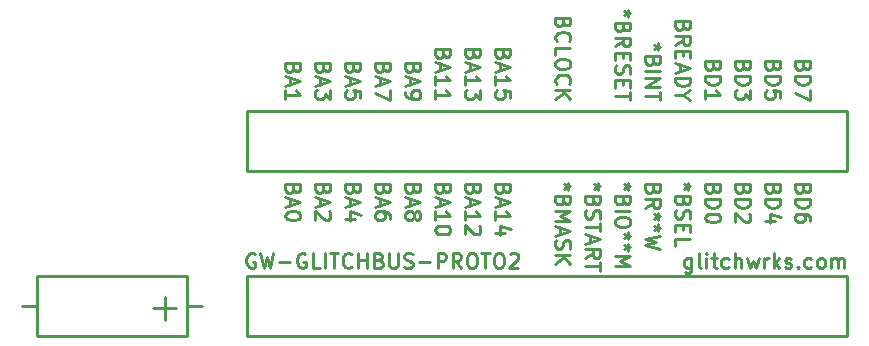
<source format=gbr>
G04 #@! TF.GenerationSoftware,KiCad,Pcbnew,(5.0.1-3-g963ef8bb5)*
G04 #@! TF.CreationDate,2024-01-24T15:10:01-05:00*
G04 #@! TF.ProjectId,gw-glitchbus-proto2,67772D676C697463686275732D70726F,rev?*
G04 #@! TF.SameCoordinates,Original*
G04 #@! TF.FileFunction,Legend,Top*
G04 #@! TF.FilePolarity,Positive*
%FSLAX46Y46*%
G04 Gerber Fmt 4.6, Leading zero omitted, Abs format (unit mm)*
G04 Created by KiCad (PCBNEW (5.0.1-3-g963ef8bb5)) date Wednesday, January 24, 2024 at 03:10:01 PM*
%MOMM*%
%LPD*%
G01*
G04 APERTURE LIST*
%ADD10C,0.254000*%
G04 APERTURE END LIST*
D10*
X175955476Y-140983909D02*
X175653095Y-140983909D01*
X175774047Y-140681528D02*
X175653095Y-140983909D01*
X175774047Y-141286290D01*
X175411190Y-140802480D02*
X175653095Y-140983909D01*
X175411190Y-141165338D01*
X175350714Y-142193433D02*
X175290238Y-142374861D01*
X175229761Y-142435338D01*
X175108809Y-142495814D01*
X174927380Y-142495814D01*
X174806428Y-142435338D01*
X174745952Y-142374861D01*
X174685476Y-142253909D01*
X174685476Y-141770100D01*
X175955476Y-141770100D01*
X175955476Y-142193433D01*
X175895000Y-142314385D01*
X175834523Y-142374861D01*
X175713571Y-142435338D01*
X175592619Y-142435338D01*
X175471666Y-142374861D01*
X175411190Y-142314385D01*
X175350714Y-142193433D01*
X175350714Y-141770100D01*
X174745952Y-142979623D02*
X174685476Y-143161052D01*
X174685476Y-143463433D01*
X174745952Y-143584385D01*
X174806428Y-143644861D01*
X174927380Y-143705338D01*
X175048333Y-143705338D01*
X175169285Y-143644861D01*
X175229761Y-143584385D01*
X175290238Y-143463433D01*
X175350714Y-143221528D01*
X175411190Y-143100576D01*
X175471666Y-143040100D01*
X175592619Y-142979623D01*
X175713571Y-142979623D01*
X175834523Y-143040100D01*
X175895000Y-143100576D01*
X175955476Y-143221528D01*
X175955476Y-143523909D01*
X175895000Y-143705338D01*
X175350714Y-144249623D02*
X175350714Y-144672957D01*
X174685476Y-144854385D02*
X174685476Y-144249623D01*
X175955476Y-144249623D01*
X175955476Y-144854385D01*
X174685476Y-146003433D02*
X174685476Y-145398671D01*
X175955476Y-145398671D01*
X176046190Y-147047857D02*
X176046190Y-148075952D01*
X175985714Y-148196904D01*
X175925238Y-148257380D01*
X175804285Y-148317857D01*
X175622857Y-148317857D01*
X175501904Y-148257380D01*
X176046190Y-147834047D02*
X175925238Y-147894523D01*
X175683333Y-147894523D01*
X175562380Y-147834047D01*
X175501904Y-147773571D01*
X175441428Y-147652619D01*
X175441428Y-147289761D01*
X175501904Y-147168809D01*
X175562380Y-147108333D01*
X175683333Y-147047857D01*
X175925238Y-147047857D01*
X176046190Y-147108333D01*
X176832380Y-147894523D02*
X176711428Y-147834047D01*
X176650952Y-147713095D01*
X176650952Y-146624523D01*
X177316190Y-147894523D02*
X177316190Y-147047857D01*
X177316190Y-146624523D02*
X177255714Y-146685000D01*
X177316190Y-146745476D01*
X177376666Y-146685000D01*
X177316190Y-146624523D01*
X177316190Y-146745476D01*
X177739523Y-147047857D02*
X178223333Y-147047857D01*
X177920952Y-146624523D02*
X177920952Y-147713095D01*
X177981428Y-147834047D01*
X178102380Y-147894523D01*
X178223333Y-147894523D01*
X179190952Y-147834047D02*
X179070000Y-147894523D01*
X178828095Y-147894523D01*
X178707142Y-147834047D01*
X178646666Y-147773571D01*
X178586190Y-147652619D01*
X178586190Y-147289761D01*
X178646666Y-147168809D01*
X178707142Y-147108333D01*
X178828095Y-147047857D01*
X179070000Y-147047857D01*
X179190952Y-147108333D01*
X179735238Y-147894523D02*
X179735238Y-146624523D01*
X180279523Y-147894523D02*
X180279523Y-147229285D01*
X180219047Y-147108333D01*
X180098095Y-147047857D01*
X179916666Y-147047857D01*
X179795714Y-147108333D01*
X179735238Y-147168809D01*
X180763333Y-147047857D02*
X181005238Y-147894523D01*
X181247142Y-147289761D01*
X181489047Y-147894523D01*
X181730952Y-147047857D01*
X182214761Y-147894523D02*
X182214761Y-147047857D01*
X182214761Y-147289761D02*
X182275238Y-147168809D01*
X182335714Y-147108333D01*
X182456666Y-147047857D01*
X182577619Y-147047857D01*
X183000952Y-147894523D02*
X183000952Y-146624523D01*
X183121904Y-147410714D02*
X183484761Y-147894523D01*
X183484761Y-147047857D02*
X183000952Y-147531666D01*
X183968571Y-147834047D02*
X184089523Y-147894523D01*
X184331428Y-147894523D01*
X184452380Y-147834047D01*
X184512857Y-147713095D01*
X184512857Y-147652619D01*
X184452380Y-147531666D01*
X184331428Y-147471190D01*
X184150000Y-147471190D01*
X184029047Y-147410714D01*
X183968571Y-147289761D01*
X183968571Y-147229285D01*
X184029047Y-147108333D01*
X184150000Y-147047857D01*
X184331428Y-147047857D01*
X184452380Y-147108333D01*
X185057142Y-147773571D02*
X185117619Y-147834047D01*
X185057142Y-147894523D01*
X184996666Y-147834047D01*
X185057142Y-147773571D01*
X185057142Y-147894523D01*
X186206190Y-147834047D02*
X186085238Y-147894523D01*
X185843333Y-147894523D01*
X185722380Y-147834047D01*
X185661904Y-147773571D01*
X185601428Y-147652619D01*
X185601428Y-147289761D01*
X185661904Y-147168809D01*
X185722380Y-147108333D01*
X185843333Y-147047857D01*
X186085238Y-147047857D01*
X186206190Y-147108333D01*
X186931904Y-147894523D02*
X186810952Y-147834047D01*
X186750476Y-147773571D01*
X186690000Y-147652619D01*
X186690000Y-147289761D01*
X186750476Y-147168809D01*
X186810952Y-147108333D01*
X186931904Y-147047857D01*
X187113333Y-147047857D01*
X187234285Y-147108333D01*
X187294761Y-147168809D01*
X187355238Y-147289761D01*
X187355238Y-147652619D01*
X187294761Y-147773571D01*
X187234285Y-147834047D01*
X187113333Y-147894523D01*
X186931904Y-147894523D01*
X187899523Y-147894523D02*
X187899523Y-147047857D01*
X187899523Y-147168809D02*
X187960000Y-147108333D01*
X188080952Y-147047857D01*
X188262380Y-147047857D01*
X188383333Y-147108333D01*
X188443809Y-147229285D01*
X188443809Y-147894523D01*
X188443809Y-147229285D02*
X188504285Y-147108333D01*
X188625238Y-147047857D01*
X188806666Y-147047857D01*
X188927619Y-147108333D01*
X188988095Y-147229285D01*
X188988095Y-147894523D01*
X139065000Y-146685000D02*
X138944047Y-146624523D01*
X138762619Y-146624523D01*
X138581190Y-146685000D01*
X138460238Y-146805952D01*
X138399761Y-146926904D01*
X138339285Y-147168809D01*
X138339285Y-147350238D01*
X138399761Y-147592142D01*
X138460238Y-147713095D01*
X138581190Y-147834047D01*
X138762619Y-147894523D01*
X138883571Y-147894523D01*
X139065000Y-147834047D01*
X139125476Y-147773571D01*
X139125476Y-147350238D01*
X138883571Y-147350238D01*
X139548809Y-146624523D02*
X139851190Y-147894523D01*
X140093095Y-146987380D01*
X140335000Y-147894523D01*
X140637380Y-146624523D01*
X141121190Y-147410714D02*
X142088809Y-147410714D01*
X143358809Y-146685000D02*
X143237857Y-146624523D01*
X143056428Y-146624523D01*
X142875000Y-146685000D01*
X142754047Y-146805952D01*
X142693571Y-146926904D01*
X142633095Y-147168809D01*
X142633095Y-147350238D01*
X142693571Y-147592142D01*
X142754047Y-147713095D01*
X142875000Y-147834047D01*
X143056428Y-147894523D01*
X143177380Y-147894523D01*
X143358809Y-147834047D01*
X143419285Y-147773571D01*
X143419285Y-147350238D01*
X143177380Y-147350238D01*
X144568333Y-147894523D02*
X143963571Y-147894523D01*
X143963571Y-146624523D01*
X144991666Y-147894523D02*
X144991666Y-146624523D01*
X145415000Y-146624523D02*
X146140714Y-146624523D01*
X145777857Y-147894523D02*
X145777857Y-146624523D01*
X147289761Y-147773571D02*
X147229285Y-147834047D01*
X147047857Y-147894523D01*
X146926904Y-147894523D01*
X146745476Y-147834047D01*
X146624523Y-147713095D01*
X146564047Y-147592142D01*
X146503571Y-147350238D01*
X146503571Y-147168809D01*
X146564047Y-146926904D01*
X146624523Y-146805952D01*
X146745476Y-146685000D01*
X146926904Y-146624523D01*
X147047857Y-146624523D01*
X147229285Y-146685000D01*
X147289761Y-146745476D01*
X147834047Y-147894523D02*
X147834047Y-146624523D01*
X147834047Y-147229285D02*
X148559761Y-147229285D01*
X148559761Y-147894523D02*
X148559761Y-146624523D01*
X149587857Y-147229285D02*
X149769285Y-147289761D01*
X149829761Y-147350238D01*
X149890238Y-147471190D01*
X149890238Y-147652619D01*
X149829761Y-147773571D01*
X149769285Y-147834047D01*
X149648333Y-147894523D01*
X149164523Y-147894523D01*
X149164523Y-146624523D01*
X149587857Y-146624523D01*
X149708809Y-146685000D01*
X149769285Y-146745476D01*
X149829761Y-146866428D01*
X149829761Y-146987380D01*
X149769285Y-147108333D01*
X149708809Y-147168809D01*
X149587857Y-147229285D01*
X149164523Y-147229285D01*
X150434523Y-146624523D02*
X150434523Y-147652619D01*
X150495000Y-147773571D01*
X150555476Y-147834047D01*
X150676428Y-147894523D01*
X150918333Y-147894523D01*
X151039285Y-147834047D01*
X151099761Y-147773571D01*
X151160238Y-147652619D01*
X151160238Y-146624523D01*
X151704523Y-147834047D02*
X151885952Y-147894523D01*
X152188333Y-147894523D01*
X152309285Y-147834047D01*
X152369761Y-147773571D01*
X152430238Y-147652619D01*
X152430238Y-147531666D01*
X152369761Y-147410714D01*
X152309285Y-147350238D01*
X152188333Y-147289761D01*
X151946428Y-147229285D01*
X151825476Y-147168809D01*
X151765000Y-147108333D01*
X151704523Y-146987380D01*
X151704523Y-146866428D01*
X151765000Y-146745476D01*
X151825476Y-146685000D01*
X151946428Y-146624523D01*
X152248809Y-146624523D01*
X152430238Y-146685000D01*
X152974523Y-147410714D02*
X153942142Y-147410714D01*
X154546904Y-147894523D02*
X154546904Y-146624523D01*
X155030714Y-146624523D01*
X155151666Y-146685000D01*
X155212142Y-146745476D01*
X155272619Y-146866428D01*
X155272619Y-147047857D01*
X155212142Y-147168809D01*
X155151666Y-147229285D01*
X155030714Y-147289761D01*
X154546904Y-147289761D01*
X156542619Y-147894523D02*
X156119285Y-147289761D01*
X155816904Y-147894523D02*
X155816904Y-146624523D01*
X156300714Y-146624523D01*
X156421666Y-146685000D01*
X156482142Y-146745476D01*
X156542619Y-146866428D01*
X156542619Y-147047857D01*
X156482142Y-147168809D01*
X156421666Y-147229285D01*
X156300714Y-147289761D01*
X155816904Y-147289761D01*
X157328809Y-146624523D02*
X157570714Y-146624523D01*
X157691666Y-146685000D01*
X157812619Y-146805952D01*
X157873095Y-147047857D01*
X157873095Y-147471190D01*
X157812619Y-147713095D01*
X157691666Y-147834047D01*
X157570714Y-147894523D01*
X157328809Y-147894523D01*
X157207857Y-147834047D01*
X157086904Y-147713095D01*
X157026428Y-147471190D01*
X157026428Y-147047857D01*
X157086904Y-146805952D01*
X157207857Y-146685000D01*
X157328809Y-146624523D01*
X158235952Y-146624523D02*
X158961666Y-146624523D01*
X158598809Y-147894523D02*
X158598809Y-146624523D01*
X159626904Y-146624523D02*
X159868809Y-146624523D01*
X159989761Y-146685000D01*
X160110714Y-146805952D01*
X160171190Y-147047857D01*
X160171190Y-147471190D01*
X160110714Y-147713095D01*
X159989761Y-147834047D01*
X159868809Y-147894523D01*
X159626904Y-147894523D01*
X159505952Y-147834047D01*
X159385000Y-147713095D01*
X159324523Y-147471190D01*
X159324523Y-147047857D01*
X159385000Y-146805952D01*
X159505952Y-146685000D01*
X159626904Y-146624523D01*
X160655000Y-146745476D02*
X160715476Y-146685000D01*
X160836428Y-146624523D01*
X161138809Y-146624523D01*
X161259761Y-146685000D01*
X161320238Y-146745476D01*
X161380714Y-146866428D01*
X161380714Y-146987380D01*
X161320238Y-147168809D01*
X160594523Y-147894523D01*
X161380714Y-147894523D01*
X185510714Y-130796090D02*
X185450238Y-130977519D01*
X185389761Y-131037995D01*
X185268809Y-131098471D01*
X185087380Y-131098471D01*
X184966428Y-131037995D01*
X184905952Y-130977519D01*
X184845476Y-130856566D01*
X184845476Y-130372757D01*
X186115476Y-130372757D01*
X186115476Y-130796090D01*
X186055000Y-130917042D01*
X185994523Y-130977519D01*
X185873571Y-131037995D01*
X185752619Y-131037995D01*
X185631666Y-130977519D01*
X185571190Y-130917042D01*
X185510714Y-130796090D01*
X185510714Y-130372757D01*
X184845476Y-131642757D02*
X186115476Y-131642757D01*
X186115476Y-131945138D01*
X186055000Y-132126566D01*
X185934047Y-132247519D01*
X185813095Y-132307995D01*
X185571190Y-132368471D01*
X185389761Y-132368471D01*
X185147857Y-132307995D01*
X185026904Y-132247519D01*
X184905952Y-132126566D01*
X184845476Y-131945138D01*
X184845476Y-131642757D01*
X186115476Y-132791804D02*
X186115476Y-133638471D01*
X184845476Y-133094185D01*
X182970714Y-130796090D02*
X182910238Y-130977519D01*
X182849761Y-131037995D01*
X182728809Y-131098471D01*
X182547380Y-131098471D01*
X182426428Y-131037995D01*
X182365952Y-130977519D01*
X182305476Y-130856566D01*
X182305476Y-130372757D01*
X183575476Y-130372757D01*
X183575476Y-130796090D01*
X183515000Y-130917042D01*
X183454523Y-130977519D01*
X183333571Y-131037995D01*
X183212619Y-131037995D01*
X183091666Y-130977519D01*
X183031190Y-130917042D01*
X182970714Y-130796090D01*
X182970714Y-130372757D01*
X182305476Y-131642757D02*
X183575476Y-131642757D01*
X183575476Y-131945138D01*
X183515000Y-132126566D01*
X183394047Y-132247519D01*
X183273095Y-132307995D01*
X183031190Y-132368471D01*
X182849761Y-132368471D01*
X182607857Y-132307995D01*
X182486904Y-132247519D01*
X182365952Y-132126566D01*
X182305476Y-131945138D01*
X182305476Y-131642757D01*
X183575476Y-133517519D02*
X183575476Y-132912757D01*
X182970714Y-132852280D01*
X183031190Y-132912757D01*
X183091666Y-133033709D01*
X183091666Y-133336090D01*
X183031190Y-133457042D01*
X182970714Y-133517519D01*
X182849761Y-133577995D01*
X182547380Y-133577995D01*
X182426428Y-133517519D01*
X182365952Y-133457042D01*
X182305476Y-133336090D01*
X182305476Y-133033709D01*
X182365952Y-132912757D01*
X182426428Y-132852280D01*
X180430714Y-130796090D02*
X180370238Y-130977519D01*
X180309761Y-131037995D01*
X180188809Y-131098471D01*
X180007380Y-131098471D01*
X179886428Y-131037995D01*
X179825952Y-130977519D01*
X179765476Y-130856566D01*
X179765476Y-130372757D01*
X181035476Y-130372757D01*
X181035476Y-130796090D01*
X180975000Y-130917042D01*
X180914523Y-130977519D01*
X180793571Y-131037995D01*
X180672619Y-131037995D01*
X180551666Y-130977519D01*
X180491190Y-130917042D01*
X180430714Y-130796090D01*
X180430714Y-130372757D01*
X179765476Y-131642757D02*
X181035476Y-131642757D01*
X181035476Y-131945138D01*
X180975000Y-132126566D01*
X180854047Y-132247519D01*
X180733095Y-132307995D01*
X180491190Y-132368471D01*
X180309761Y-132368471D01*
X180067857Y-132307995D01*
X179946904Y-132247519D01*
X179825952Y-132126566D01*
X179765476Y-131945138D01*
X179765476Y-131642757D01*
X181035476Y-132791804D02*
X181035476Y-133577995D01*
X180551666Y-133154661D01*
X180551666Y-133336090D01*
X180491190Y-133457042D01*
X180430714Y-133517519D01*
X180309761Y-133577995D01*
X180007380Y-133577995D01*
X179886428Y-133517519D01*
X179825952Y-133457042D01*
X179765476Y-133336090D01*
X179765476Y-132973233D01*
X179825952Y-132852280D01*
X179886428Y-132791804D01*
X177890714Y-130796090D02*
X177830238Y-130977519D01*
X177769761Y-131037995D01*
X177648809Y-131098471D01*
X177467380Y-131098471D01*
X177346428Y-131037995D01*
X177285952Y-130977519D01*
X177225476Y-130856566D01*
X177225476Y-130372757D01*
X178495476Y-130372757D01*
X178495476Y-130796090D01*
X178435000Y-130917042D01*
X178374523Y-130977519D01*
X178253571Y-131037995D01*
X178132619Y-131037995D01*
X178011666Y-130977519D01*
X177951190Y-130917042D01*
X177890714Y-130796090D01*
X177890714Y-130372757D01*
X177225476Y-131642757D02*
X178495476Y-131642757D01*
X178495476Y-131945138D01*
X178435000Y-132126566D01*
X178314047Y-132247519D01*
X178193095Y-132307995D01*
X177951190Y-132368471D01*
X177769761Y-132368471D01*
X177527857Y-132307995D01*
X177406904Y-132247519D01*
X177285952Y-132126566D01*
X177225476Y-131945138D01*
X177225476Y-131642757D01*
X177225476Y-133577995D02*
X177225476Y-132852280D01*
X177225476Y-133215138D02*
X178495476Y-133215138D01*
X178314047Y-133094185D01*
X178193095Y-132973233D01*
X178132619Y-132852280D01*
X175350714Y-127409423D02*
X175290238Y-127590852D01*
X175229761Y-127651328D01*
X175108809Y-127711804D01*
X174927380Y-127711804D01*
X174806428Y-127651328D01*
X174745952Y-127590852D01*
X174685476Y-127469900D01*
X174685476Y-126986090D01*
X175955476Y-126986090D01*
X175955476Y-127409423D01*
X175895000Y-127530376D01*
X175834523Y-127590852D01*
X175713571Y-127651328D01*
X175592619Y-127651328D01*
X175471666Y-127590852D01*
X175411190Y-127530376D01*
X175350714Y-127409423D01*
X175350714Y-126986090D01*
X174685476Y-128981804D02*
X175290238Y-128558471D01*
X174685476Y-128256090D02*
X175955476Y-128256090D01*
X175955476Y-128739900D01*
X175895000Y-128860852D01*
X175834523Y-128921328D01*
X175713571Y-128981804D01*
X175532142Y-128981804D01*
X175411190Y-128921328D01*
X175350714Y-128860852D01*
X175290238Y-128739900D01*
X175290238Y-128256090D01*
X175350714Y-129526090D02*
X175350714Y-129949423D01*
X174685476Y-130130852D02*
X174685476Y-129526090D01*
X175955476Y-129526090D01*
X175955476Y-130130852D01*
X175048333Y-130614661D02*
X175048333Y-131219423D01*
X174685476Y-130493709D02*
X175955476Y-130917042D01*
X174685476Y-131340376D01*
X174685476Y-131763709D02*
X175955476Y-131763709D01*
X175955476Y-132066090D01*
X175895000Y-132247519D01*
X175774047Y-132368471D01*
X175653095Y-132428947D01*
X175411190Y-132489423D01*
X175229761Y-132489423D01*
X174987857Y-132428947D01*
X174866904Y-132368471D01*
X174745952Y-132247519D01*
X174685476Y-132066090D01*
X174685476Y-131763709D01*
X175290238Y-133275614D02*
X174685476Y-133275614D01*
X175955476Y-132852280D02*
X175290238Y-133275614D01*
X175955476Y-133698947D01*
X173415476Y-129163233D02*
X173113095Y-129163233D01*
X173234047Y-128860852D02*
X173113095Y-129163233D01*
X173234047Y-129465614D01*
X172871190Y-128981804D02*
X173113095Y-129163233D01*
X172871190Y-129344661D01*
X172810714Y-130372757D02*
X172750238Y-130554185D01*
X172689761Y-130614661D01*
X172568809Y-130675138D01*
X172387380Y-130675138D01*
X172266428Y-130614661D01*
X172205952Y-130554185D01*
X172145476Y-130433233D01*
X172145476Y-129949423D01*
X173415476Y-129949423D01*
X173415476Y-130372757D01*
X173355000Y-130493709D01*
X173294523Y-130554185D01*
X173173571Y-130614661D01*
X173052619Y-130614661D01*
X172931666Y-130554185D01*
X172871190Y-130493709D01*
X172810714Y-130372757D01*
X172810714Y-129949423D01*
X172145476Y-131219423D02*
X173415476Y-131219423D01*
X172145476Y-131824185D02*
X173415476Y-131824185D01*
X172145476Y-132549900D01*
X173415476Y-132549900D01*
X173415476Y-132973233D02*
X173415476Y-133698947D01*
X172145476Y-133336090D02*
X173415476Y-133336090D01*
X165190714Y-127107042D02*
X165130238Y-127288471D01*
X165069761Y-127348947D01*
X164948809Y-127409423D01*
X164767380Y-127409423D01*
X164646428Y-127348947D01*
X164585952Y-127288471D01*
X164525476Y-127167519D01*
X164525476Y-126683709D01*
X165795476Y-126683709D01*
X165795476Y-127107042D01*
X165735000Y-127227995D01*
X165674523Y-127288471D01*
X165553571Y-127348947D01*
X165432619Y-127348947D01*
X165311666Y-127288471D01*
X165251190Y-127227995D01*
X165190714Y-127107042D01*
X165190714Y-126683709D01*
X164646428Y-128679423D02*
X164585952Y-128618947D01*
X164525476Y-128437519D01*
X164525476Y-128316566D01*
X164585952Y-128135138D01*
X164706904Y-128014185D01*
X164827857Y-127953709D01*
X165069761Y-127893233D01*
X165251190Y-127893233D01*
X165493095Y-127953709D01*
X165614047Y-128014185D01*
X165735000Y-128135138D01*
X165795476Y-128316566D01*
X165795476Y-128437519D01*
X165735000Y-128618947D01*
X165674523Y-128679423D01*
X164525476Y-129828471D02*
X164525476Y-129223709D01*
X165795476Y-129223709D01*
X165795476Y-130493709D02*
X165795476Y-130735614D01*
X165735000Y-130856566D01*
X165614047Y-130977519D01*
X165372142Y-131037995D01*
X164948809Y-131037995D01*
X164706904Y-130977519D01*
X164585952Y-130856566D01*
X164525476Y-130735614D01*
X164525476Y-130493709D01*
X164585952Y-130372757D01*
X164706904Y-130251804D01*
X164948809Y-130191328D01*
X165372142Y-130191328D01*
X165614047Y-130251804D01*
X165735000Y-130372757D01*
X165795476Y-130493709D01*
X164646428Y-132307995D02*
X164585952Y-132247519D01*
X164525476Y-132066090D01*
X164525476Y-131945138D01*
X164585952Y-131763709D01*
X164706904Y-131642757D01*
X164827857Y-131582280D01*
X165069761Y-131521804D01*
X165251190Y-131521804D01*
X165493095Y-131582280D01*
X165614047Y-131642757D01*
X165735000Y-131763709D01*
X165795476Y-131945138D01*
X165795476Y-132066090D01*
X165735000Y-132247519D01*
X165674523Y-132307995D01*
X164525476Y-132852280D02*
X165795476Y-132852280D01*
X164525476Y-133577995D02*
X165251190Y-133033709D01*
X165795476Y-133577995D02*
X165069761Y-132852280D01*
X160110714Y-129767995D02*
X160050238Y-129949423D01*
X159989761Y-130009900D01*
X159868809Y-130070376D01*
X159687380Y-130070376D01*
X159566428Y-130009900D01*
X159505952Y-129949423D01*
X159445476Y-129828471D01*
X159445476Y-129344661D01*
X160715476Y-129344661D01*
X160715476Y-129767995D01*
X160655000Y-129888947D01*
X160594523Y-129949423D01*
X160473571Y-130009900D01*
X160352619Y-130009900D01*
X160231666Y-129949423D01*
X160171190Y-129888947D01*
X160110714Y-129767995D01*
X160110714Y-129344661D01*
X159808333Y-130554185D02*
X159808333Y-131158947D01*
X159445476Y-130433233D02*
X160715476Y-130856566D01*
X159445476Y-131279900D01*
X159445476Y-132368471D02*
X159445476Y-131642757D01*
X159445476Y-132005614D02*
X160715476Y-132005614D01*
X160534047Y-131884661D01*
X160413095Y-131763709D01*
X160352619Y-131642757D01*
X160715476Y-133517519D02*
X160715476Y-132912757D01*
X160110714Y-132852280D01*
X160171190Y-132912757D01*
X160231666Y-133033709D01*
X160231666Y-133336090D01*
X160171190Y-133457042D01*
X160110714Y-133517519D01*
X159989761Y-133577995D01*
X159687380Y-133577995D01*
X159566428Y-133517519D01*
X159505952Y-133457042D01*
X159445476Y-133336090D01*
X159445476Y-133033709D01*
X159505952Y-132912757D01*
X159566428Y-132852280D01*
X157570714Y-129767995D02*
X157510238Y-129949423D01*
X157449761Y-130009900D01*
X157328809Y-130070376D01*
X157147380Y-130070376D01*
X157026428Y-130009900D01*
X156965952Y-129949423D01*
X156905476Y-129828471D01*
X156905476Y-129344661D01*
X158175476Y-129344661D01*
X158175476Y-129767995D01*
X158115000Y-129888947D01*
X158054523Y-129949423D01*
X157933571Y-130009900D01*
X157812619Y-130009900D01*
X157691666Y-129949423D01*
X157631190Y-129888947D01*
X157570714Y-129767995D01*
X157570714Y-129344661D01*
X157268333Y-130554185D02*
X157268333Y-131158947D01*
X156905476Y-130433233D02*
X158175476Y-130856566D01*
X156905476Y-131279900D01*
X156905476Y-132368471D02*
X156905476Y-131642757D01*
X156905476Y-132005614D02*
X158175476Y-132005614D01*
X157994047Y-131884661D01*
X157873095Y-131763709D01*
X157812619Y-131642757D01*
X158175476Y-132791804D02*
X158175476Y-133577995D01*
X157691666Y-133154661D01*
X157691666Y-133336090D01*
X157631190Y-133457042D01*
X157570714Y-133517519D01*
X157449761Y-133577995D01*
X157147380Y-133577995D01*
X157026428Y-133517519D01*
X156965952Y-133457042D01*
X156905476Y-133336090D01*
X156905476Y-132973233D01*
X156965952Y-132852280D01*
X157026428Y-132791804D01*
X155030714Y-129767995D02*
X154970238Y-129949423D01*
X154909761Y-130009900D01*
X154788809Y-130070376D01*
X154607380Y-130070376D01*
X154486428Y-130009900D01*
X154425952Y-129949423D01*
X154365476Y-129828471D01*
X154365476Y-129344661D01*
X155635476Y-129344661D01*
X155635476Y-129767995D01*
X155575000Y-129888947D01*
X155514523Y-129949423D01*
X155393571Y-130009900D01*
X155272619Y-130009900D01*
X155151666Y-129949423D01*
X155091190Y-129888947D01*
X155030714Y-129767995D01*
X155030714Y-129344661D01*
X154728333Y-130554185D02*
X154728333Y-131158947D01*
X154365476Y-130433233D02*
X155635476Y-130856566D01*
X154365476Y-131279900D01*
X154365476Y-132368471D02*
X154365476Y-131642757D01*
X154365476Y-132005614D02*
X155635476Y-132005614D01*
X155454047Y-131884661D01*
X155333095Y-131763709D01*
X155272619Y-131642757D01*
X154365476Y-133577995D02*
X154365476Y-132852280D01*
X154365476Y-133215138D02*
X155635476Y-133215138D01*
X155454047Y-133094185D01*
X155333095Y-132973233D01*
X155272619Y-132852280D01*
X152490714Y-130977519D02*
X152430238Y-131158947D01*
X152369761Y-131219423D01*
X152248809Y-131279900D01*
X152067380Y-131279900D01*
X151946428Y-131219423D01*
X151885952Y-131158947D01*
X151825476Y-131037995D01*
X151825476Y-130554185D01*
X153095476Y-130554185D01*
X153095476Y-130977519D01*
X153035000Y-131098471D01*
X152974523Y-131158947D01*
X152853571Y-131219423D01*
X152732619Y-131219423D01*
X152611666Y-131158947D01*
X152551190Y-131098471D01*
X152490714Y-130977519D01*
X152490714Y-130554185D01*
X152188333Y-131763709D02*
X152188333Y-132368471D01*
X151825476Y-131642757D02*
X153095476Y-132066090D01*
X151825476Y-132489423D01*
X151825476Y-132973233D02*
X151825476Y-133215138D01*
X151885952Y-133336090D01*
X151946428Y-133396566D01*
X152127857Y-133517519D01*
X152369761Y-133577995D01*
X152853571Y-133577995D01*
X152974523Y-133517519D01*
X153035000Y-133457042D01*
X153095476Y-133336090D01*
X153095476Y-133094185D01*
X153035000Y-132973233D01*
X152974523Y-132912757D01*
X152853571Y-132852280D01*
X152551190Y-132852280D01*
X152430238Y-132912757D01*
X152369761Y-132973233D01*
X152309285Y-133094185D01*
X152309285Y-133336090D01*
X152369761Y-133457042D01*
X152430238Y-133517519D01*
X152551190Y-133577995D01*
X149950714Y-130977519D02*
X149890238Y-131158947D01*
X149829761Y-131219423D01*
X149708809Y-131279900D01*
X149527380Y-131279900D01*
X149406428Y-131219423D01*
X149345952Y-131158947D01*
X149285476Y-131037995D01*
X149285476Y-130554185D01*
X150555476Y-130554185D01*
X150555476Y-130977519D01*
X150495000Y-131098471D01*
X150434523Y-131158947D01*
X150313571Y-131219423D01*
X150192619Y-131219423D01*
X150071666Y-131158947D01*
X150011190Y-131098471D01*
X149950714Y-130977519D01*
X149950714Y-130554185D01*
X149648333Y-131763709D02*
X149648333Y-132368471D01*
X149285476Y-131642757D02*
X150555476Y-132066090D01*
X149285476Y-132489423D01*
X150555476Y-132791804D02*
X150555476Y-133638471D01*
X149285476Y-133094185D01*
X147410714Y-130977519D02*
X147350238Y-131158947D01*
X147289761Y-131219423D01*
X147168809Y-131279900D01*
X146987380Y-131279900D01*
X146866428Y-131219423D01*
X146805952Y-131158947D01*
X146745476Y-131037995D01*
X146745476Y-130554185D01*
X148015476Y-130554185D01*
X148015476Y-130977519D01*
X147955000Y-131098471D01*
X147894523Y-131158947D01*
X147773571Y-131219423D01*
X147652619Y-131219423D01*
X147531666Y-131158947D01*
X147471190Y-131098471D01*
X147410714Y-130977519D01*
X147410714Y-130554185D01*
X147108333Y-131763709D02*
X147108333Y-132368471D01*
X146745476Y-131642757D02*
X148015476Y-132066090D01*
X146745476Y-132489423D01*
X148015476Y-133517519D02*
X148015476Y-132912757D01*
X147410714Y-132852280D01*
X147471190Y-132912757D01*
X147531666Y-133033709D01*
X147531666Y-133336090D01*
X147471190Y-133457042D01*
X147410714Y-133517519D01*
X147289761Y-133577995D01*
X146987380Y-133577995D01*
X146866428Y-133517519D01*
X146805952Y-133457042D01*
X146745476Y-133336090D01*
X146745476Y-133033709D01*
X146805952Y-132912757D01*
X146866428Y-132852280D01*
X144870714Y-130977519D02*
X144810238Y-131158947D01*
X144749761Y-131219423D01*
X144628809Y-131279900D01*
X144447380Y-131279900D01*
X144326428Y-131219423D01*
X144265952Y-131158947D01*
X144205476Y-131037995D01*
X144205476Y-130554185D01*
X145475476Y-130554185D01*
X145475476Y-130977519D01*
X145415000Y-131098471D01*
X145354523Y-131158947D01*
X145233571Y-131219423D01*
X145112619Y-131219423D01*
X144991666Y-131158947D01*
X144931190Y-131098471D01*
X144870714Y-130977519D01*
X144870714Y-130554185D01*
X144568333Y-131763709D02*
X144568333Y-132368471D01*
X144205476Y-131642757D02*
X145475476Y-132066090D01*
X144205476Y-132489423D01*
X145475476Y-132791804D02*
X145475476Y-133577995D01*
X144991666Y-133154661D01*
X144991666Y-133336090D01*
X144931190Y-133457042D01*
X144870714Y-133517519D01*
X144749761Y-133577995D01*
X144447380Y-133577995D01*
X144326428Y-133517519D01*
X144265952Y-133457042D01*
X144205476Y-133336090D01*
X144205476Y-132973233D01*
X144265952Y-132852280D01*
X144326428Y-132791804D01*
X142330714Y-130977519D02*
X142270238Y-131158947D01*
X142209761Y-131219423D01*
X142088809Y-131279900D01*
X141907380Y-131279900D01*
X141786428Y-131219423D01*
X141725952Y-131158947D01*
X141665476Y-131037995D01*
X141665476Y-130554185D01*
X142935476Y-130554185D01*
X142935476Y-130977519D01*
X142875000Y-131098471D01*
X142814523Y-131158947D01*
X142693571Y-131219423D01*
X142572619Y-131219423D01*
X142451666Y-131158947D01*
X142391190Y-131098471D01*
X142330714Y-130977519D01*
X142330714Y-130554185D01*
X142028333Y-131763709D02*
X142028333Y-132368471D01*
X141665476Y-131642757D02*
X142935476Y-132066090D01*
X141665476Y-132489423D01*
X141665476Y-133577995D02*
X141665476Y-132852280D01*
X141665476Y-133215138D02*
X142935476Y-133215138D01*
X142754047Y-133094185D01*
X142633095Y-132973233D01*
X142572619Y-132852280D01*
X185510714Y-141225814D02*
X185450238Y-141407242D01*
X185389761Y-141467719D01*
X185268809Y-141528195D01*
X185087380Y-141528195D01*
X184966428Y-141467719D01*
X184905952Y-141407242D01*
X184845476Y-141286290D01*
X184845476Y-140802480D01*
X186115476Y-140802480D01*
X186115476Y-141225814D01*
X186055000Y-141346766D01*
X185994523Y-141407242D01*
X185873571Y-141467719D01*
X185752619Y-141467719D01*
X185631666Y-141407242D01*
X185571190Y-141346766D01*
X185510714Y-141225814D01*
X185510714Y-140802480D01*
X184845476Y-142072480D02*
X186115476Y-142072480D01*
X186115476Y-142374861D01*
X186055000Y-142556290D01*
X185934047Y-142677242D01*
X185813095Y-142737719D01*
X185571190Y-142798195D01*
X185389761Y-142798195D01*
X185147857Y-142737719D01*
X185026904Y-142677242D01*
X184905952Y-142556290D01*
X184845476Y-142374861D01*
X184845476Y-142072480D01*
X186115476Y-143886766D02*
X186115476Y-143644861D01*
X186055000Y-143523909D01*
X185994523Y-143463433D01*
X185813095Y-143342480D01*
X185571190Y-143282004D01*
X185087380Y-143282004D01*
X184966428Y-143342480D01*
X184905952Y-143402957D01*
X184845476Y-143523909D01*
X184845476Y-143765814D01*
X184905952Y-143886766D01*
X184966428Y-143947242D01*
X185087380Y-144007719D01*
X185389761Y-144007719D01*
X185510714Y-143947242D01*
X185571190Y-143886766D01*
X185631666Y-143765814D01*
X185631666Y-143523909D01*
X185571190Y-143402957D01*
X185510714Y-143342480D01*
X185389761Y-143282004D01*
X182970714Y-141225814D02*
X182910238Y-141407242D01*
X182849761Y-141467719D01*
X182728809Y-141528195D01*
X182547380Y-141528195D01*
X182426428Y-141467719D01*
X182365952Y-141407242D01*
X182305476Y-141286290D01*
X182305476Y-140802480D01*
X183575476Y-140802480D01*
X183575476Y-141225814D01*
X183515000Y-141346766D01*
X183454523Y-141407242D01*
X183333571Y-141467719D01*
X183212619Y-141467719D01*
X183091666Y-141407242D01*
X183031190Y-141346766D01*
X182970714Y-141225814D01*
X182970714Y-140802480D01*
X182305476Y-142072480D02*
X183575476Y-142072480D01*
X183575476Y-142374861D01*
X183515000Y-142556290D01*
X183394047Y-142677242D01*
X183273095Y-142737719D01*
X183031190Y-142798195D01*
X182849761Y-142798195D01*
X182607857Y-142737719D01*
X182486904Y-142677242D01*
X182365952Y-142556290D01*
X182305476Y-142374861D01*
X182305476Y-142072480D01*
X183152142Y-143886766D02*
X182305476Y-143886766D01*
X183635952Y-143584385D02*
X182728809Y-143282004D01*
X182728809Y-144068195D01*
X180430714Y-141225814D02*
X180370238Y-141407242D01*
X180309761Y-141467719D01*
X180188809Y-141528195D01*
X180007380Y-141528195D01*
X179886428Y-141467719D01*
X179825952Y-141407242D01*
X179765476Y-141286290D01*
X179765476Y-140802480D01*
X181035476Y-140802480D01*
X181035476Y-141225814D01*
X180975000Y-141346766D01*
X180914523Y-141407242D01*
X180793571Y-141467719D01*
X180672619Y-141467719D01*
X180551666Y-141407242D01*
X180491190Y-141346766D01*
X180430714Y-141225814D01*
X180430714Y-140802480D01*
X179765476Y-142072480D02*
X181035476Y-142072480D01*
X181035476Y-142374861D01*
X180975000Y-142556290D01*
X180854047Y-142677242D01*
X180733095Y-142737719D01*
X180491190Y-142798195D01*
X180309761Y-142798195D01*
X180067857Y-142737719D01*
X179946904Y-142677242D01*
X179825952Y-142556290D01*
X179765476Y-142374861D01*
X179765476Y-142072480D01*
X180914523Y-143282004D02*
X180975000Y-143342480D01*
X181035476Y-143463433D01*
X181035476Y-143765814D01*
X180975000Y-143886766D01*
X180914523Y-143947242D01*
X180793571Y-144007719D01*
X180672619Y-144007719D01*
X180491190Y-143947242D01*
X179765476Y-143221528D01*
X179765476Y-144007719D01*
X177890714Y-141225814D02*
X177830238Y-141407242D01*
X177769761Y-141467719D01*
X177648809Y-141528195D01*
X177467380Y-141528195D01*
X177346428Y-141467719D01*
X177285952Y-141407242D01*
X177225476Y-141286290D01*
X177225476Y-140802480D01*
X178495476Y-140802480D01*
X178495476Y-141225814D01*
X178435000Y-141346766D01*
X178374523Y-141407242D01*
X178253571Y-141467719D01*
X178132619Y-141467719D01*
X178011666Y-141407242D01*
X177951190Y-141346766D01*
X177890714Y-141225814D01*
X177890714Y-140802480D01*
X177225476Y-142072480D02*
X178495476Y-142072480D01*
X178495476Y-142374861D01*
X178435000Y-142556290D01*
X178314047Y-142677242D01*
X178193095Y-142737719D01*
X177951190Y-142798195D01*
X177769761Y-142798195D01*
X177527857Y-142737719D01*
X177406904Y-142677242D01*
X177285952Y-142556290D01*
X177225476Y-142374861D01*
X177225476Y-142072480D01*
X178495476Y-143584385D02*
X178495476Y-143705338D01*
X178435000Y-143826290D01*
X178374523Y-143886766D01*
X178253571Y-143947242D01*
X178011666Y-144007719D01*
X177709285Y-144007719D01*
X177467380Y-143947242D01*
X177346428Y-143886766D01*
X177285952Y-143826290D01*
X177225476Y-143705338D01*
X177225476Y-143584385D01*
X177285952Y-143463433D01*
X177346428Y-143402957D01*
X177467380Y-143342480D01*
X177709285Y-143282004D01*
X178011666Y-143282004D01*
X178253571Y-143342480D01*
X178374523Y-143402957D01*
X178435000Y-143463433D01*
X178495476Y-143584385D01*
X172810714Y-141225814D02*
X172750238Y-141407242D01*
X172689761Y-141467719D01*
X172568809Y-141528195D01*
X172387380Y-141528195D01*
X172266428Y-141467719D01*
X172205952Y-141407242D01*
X172145476Y-141286290D01*
X172145476Y-140802480D01*
X173415476Y-140802480D01*
X173415476Y-141225814D01*
X173355000Y-141346766D01*
X173294523Y-141407242D01*
X173173571Y-141467719D01*
X173052619Y-141467719D01*
X172931666Y-141407242D01*
X172871190Y-141346766D01*
X172810714Y-141225814D01*
X172810714Y-140802480D01*
X172145476Y-142798195D02*
X172750238Y-142374861D01*
X172145476Y-142072480D02*
X173415476Y-142072480D01*
X173415476Y-142556290D01*
X173355000Y-142677242D01*
X173294523Y-142737719D01*
X173173571Y-142798195D01*
X172992142Y-142798195D01*
X172871190Y-142737719D01*
X172810714Y-142677242D01*
X172750238Y-142556290D01*
X172750238Y-142072480D01*
X173415476Y-143523909D02*
X173113095Y-143523909D01*
X173234047Y-143221528D02*
X173113095Y-143523909D01*
X173234047Y-143826290D01*
X172871190Y-143342480D02*
X173113095Y-143523909D01*
X172871190Y-143705338D01*
X173415476Y-144491528D02*
X173113095Y-144491528D01*
X173234047Y-144189147D02*
X173113095Y-144491528D01*
X173234047Y-144793909D01*
X172871190Y-144310100D02*
X173113095Y-144491528D01*
X172871190Y-144672957D01*
X173415476Y-145156766D02*
X172145476Y-145459147D01*
X173052619Y-145701052D01*
X172145476Y-145942957D01*
X173415476Y-146245338D01*
X168335476Y-140983909D02*
X168033095Y-140983909D01*
X168154047Y-140681528D02*
X168033095Y-140983909D01*
X168154047Y-141286290D01*
X167791190Y-140802480D02*
X168033095Y-140983909D01*
X167791190Y-141165338D01*
X167730714Y-142193433D02*
X167670238Y-142374861D01*
X167609761Y-142435338D01*
X167488809Y-142495814D01*
X167307380Y-142495814D01*
X167186428Y-142435338D01*
X167125952Y-142374861D01*
X167065476Y-142253909D01*
X167065476Y-141770100D01*
X168335476Y-141770100D01*
X168335476Y-142193433D01*
X168275000Y-142314385D01*
X168214523Y-142374861D01*
X168093571Y-142435338D01*
X167972619Y-142435338D01*
X167851666Y-142374861D01*
X167791190Y-142314385D01*
X167730714Y-142193433D01*
X167730714Y-141770100D01*
X167125952Y-142979623D02*
X167065476Y-143161052D01*
X167065476Y-143463433D01*
X167125952Y-143584385D01*
X167186428Y-143644861D01*
X167307380Y-143705338D01*
X167428333Y-143705338D01*
X167549285Y-143644861D01*
X167609761Y-143584385D01*
X167670238Y-143463433D01*
X167730714Y-143221528D01*
X167791190Y-143100576D01*
X167851666Y-143040100D01*
X167972619Y-142979623D01*
X168093571Y-142979623D01*
X168214523Y-143040100D01*
X168275000Y-143100576D01*
X168335476Y-143221528D01*
X168335476Y-143523909D01*
X168275000Y-143705338D01*
X168335476Y-144068195D02*
X168335476Y-144793909D01*
X167065476Y-144431052D02*
X168335476Y-144431052D01*
X167428333Y-145156766D02*
X167428333Y-145761528D01*
X167065476Y-145035814D02*
X168335476Y-145459147D01*
X167065476Y-145882480D01*
X167065476Y-147031528D02*
X167670238Y-146608195D01*
X167065476Y-146305814D02*
X168335476Y-146305814D01*
X168335476Y-146789623D01*
X168275000Y-146910576D01*
X168214523Y-146971052D01*
X168093571Y-147031528D01*
X167912142Y-147031528D01*
X167791190Y-146971052D01*
X167730714Y-146910576D01*
X167670238Y-146789623D01*
X167670238Y-146305814D01*
X168335476Y-147394385D02*
X168335476Y-148120100D01*
X167065476Y-147757242D02*
X168335476Y-147757242D01*
X160110714Y-141225814D02*
X160050238Y-141407242D01*
X159989761Y-141467719D01*
X159868809Y-141528195D01*
X159687380Y-141528195D01*
X159566428Y-141467719D01*
X159505952Y-141407242D01*
X159445476Y-141286290D01*
X159445476Y-140802480D01*
X160715476Y-140802480D01*
X160715476Y-141225814D01*
X160655000Y-141346766D01*
X160594523Y-141407242D01*
X160473571Y-141467719D01*
X160352619Y-141467719D01*
X160231666Y-141407242D01*
X160171190Y-141346766D01*
X160110714Y-141225814D01*
X160110714Y-140802480D01*
X159808333Y-142012004D02*
X159808333Y-142616766D01*
X159445476Y-141891052D02*
X160715476Y-142314385D01*
X159445476Y-142737719D01*
X159445476Y-143826290D02*
X159445476Y-143100576D01*
X159445476Y-143463433D02*
X160715476Y-143463433D01*
X160534047Y-143342480D01*
X160413095Y-143221528D01*
X160352619Y-143100576D01*
X160292142Y-144914861D02*
X159445476Y-144914861D01*
X160775952Y-144612480D02*
X159868809Y-144310100D01*
X159868809Y-145096290D01*
X157570714Y-141225814D02*
X157510238Y-141407242D01*
X157449761Y-141467719D01*
X157328809Y-141528195D01*
X157147380Y-141528195D01*
X157026428Y-141467719D01*
X156965952Y-141407242D01*
X156905476Y-141286290D01*
X156905476Y-140802480D01*
X158175476Y-140802480D01*
X158175476Y-141225814D01*
X158115000Y-141346766D01*
X158054523Y-141407242D01*
X157933571Y-141467719D01*
X157812619Y-141467719D01*
X157691666Y-141407242D01*
X157631190Y-141346766D01*
X157570714Y-141225814D01*
X157570714Y-140802480D01*
X157268333Y-142012004D02*
X157268333Y-142616766D01*
X156905476Y-141891052D02*
X158175476Y-142314385D01*
X156905476Y-142737719D01*
X156905476Y-143826290D02*
X156905476Y-143100576D01*
X156905476Y-143463433D02*
X158175476Y-143463433D01*
X157994047Y-143342480D01*
X157873095Y-143221528D01*
X157812619Y-143100576D01*
X158054523Y-144310100D02*
X158115000Y-144370576D01*
X158175476Y-144491528D01*
X158175476Y-144793909D01*
X158115000Y-144914861D01*
X158054523Y-144975338D01*
X157933571Y-145035814D01*
X157812619Y-145035814D01*
X157631190Y-144975338D01*
X156905476Y-144249623D01*
X156905476Y-145035814D01*
X155030714Y-141225814D02*
X154970238Y-141407242D01*
X154909761Y-141467719D01*
X154788809Y-141528195D01*
X154607380Y-141528195D01*
X154486428Y-141467719D01*
X154425952Y-141407242D01*
X154365476Y-141286290D01*
X154365476Y-140802480D01*
X155635476Y-140802480D01*
X155635476Y-141225814D01*
X155575000Y-141346766D01*
X155514523Y-141407242D01*
X155393571Y-141467719D01*
X155272619Y-141467719D01*
X155151666Y-141407242D01*
X155091190Y-141346766D01*
X155030714Y-141225814D01*
X155030714Y-140802480D01*
X154728333Y-142012004D02*
X154728333Y-142616766D01*
X154365476Y-141891052D02*
X155635476Y-142314385D01*
X154365476Y-142737719D01*
X154365476Y-143826290D02*
X154365476Y-143100576D01*
X154365476Y-143463433D02*
X155635476Y-143463433D01*
X155454047Y-143342480D01*
X155333095Y-143221528D01*
X155272619Y-143100576D01*
X155635476Y-144612480D02*
X155635476Y-144733433D01*
X155575000Y-144854385D01*
X155514523Y-144914861D01*
X155393571Y-144975338D01*
X155151666Y-145035814D01*
X154849285Y-145035814D01*
X154607380Y-144975338D01*
X154486428Y-144914861D01*
X154425952Y-144854385D01*
X154365476Y-144733433D01*
X154365476Y-144612480D01*
X154425952Y-144491528D01*
X154486428Y-144431052D01*
X154607380Y-144370576D01*
X154849285Y-144310100D01*
X155151666Y-144310100D01*
X155393571Y-144370576D01*
X155514523Y-144431052D01*
X155575000Y-144491528D01*
X155635476Y-144612480D01*
X152490714Y-141225814D02*
X152430238Y-141407242D01*
X152369761Y-141467719D01*
X152248809Y-141528195D01*
X152067380Y-141528195D01*
X151946428Y-141467719D01*
X151885952Y-141407242D01*
X151825476Y-141286290D01*
X151825476Y-140802480D01*
X153095476Y-140802480D01*
X153095476Y-141225814D01*
X153035000Y-141346766D01*
X152974523Y-141407242D01*
X152853571Y-141467719D01*
X152732619Y-141467719D01*
X152611666Y-141407242D01*
X152551190Y-141346766D01*
X152490714Y-141225814D01*
X152490714Y-140802480D01*
X152188333Y-142012004D02*
X152188333Y-142616766D01*
X151825476Y-141891052D02*
X153095476Y-142314385D01*
X151825476Y-142737719D01*
X152551190Y-143342480D02*
X152611666Y-143221528D01*
X152672142Y-143161052D01*
X152793095Y-143100576D01*
X152853571Y-143100576D01*
X152974523Y-143161052D01*
X153035000Y-143221528D01*
X153095476Y-143342480D01*
X153095476Y-143584385D01*
X153035000Y-143705338D01*
X152974523Y-143765814D01*
X152853571Y-143826290D01*
X152793095Y-143826290D01*
X152672142Y-143765814D01*
X152611666Y-143705338D01*
X152551190Y-143584385D01*
X152551190Y-143342480D01*
X152490714Y-143221528D01*
X152430238Y-143161052D01*
X152309285Y-143100576D01*
X152067380Y-143100576D01*
X151946428Y-143161052D01*
X151885952Y-143221528D01*
X151825476Y-143342480D01*
X151825476Y-143584385D01*
X151885952Y-143705338D01*
X151946428Y-143765814D01*
X152067380Y-143826290D01*
X152309285Y-143826290D01*
X152430238Y-143765814D01*
X152490714Y-143705338D01*
X152551190Y-143584385D01*
X149950714Y-141225814D02*
X149890238Y-141407242D01*
X149829761Y-141467719D01*
X149708809Y-141528195D01*
X149527380Y-141528195D01*
X149406428Y-141467719D01*
X149345952Y-141407242D01*
X149285476Y-141286290D01*
X149285476Y-140802480D01*
X150555476Y-140802480D01*
X150555476Y-141225814D01*
X150495000Y-141346766D01*
X150434523Y-141407242D01*
X150313571Y-141467719D01*
X150192619Y-141467719D01*
X150071666Y-141407242D01*
X150011190Y-141346766D01*
X149950714Y-141225814D01*
X149950714Y-140802480D01*
X149648333Y-142012004D02*
X149648333Y-142616766D01*
X149285476Y-141891052D02*
X150555476Y-142314385D01*
X149285476Y-142737719D01*
X150555476Y-143705338D02*
X150555476Y-143463433D01*
X150495000Y-143342480D01*
X150434523Y-143282004D01*
X150253095Y-143161052D01*
X150011190Y-143100576D01*
X149527380Y-143100576D01*
X149406428Y-143161052D01*
X149345952Y-143221528D01*
X149285476Y-143342480D01*
X149285476Y-143584385D01*
X149345952Y-143705338D01*
X149406428Y-143765814D01*
X149527380Y-143826290D01*
X149829761Y-143826290D01*
X149950714Y-143765814D01*
X150011190Y-143705338D01*
X150071666Y-143584385D01*
X150071666Y-143342480D01*
X150011190Y-143221528D01*
X149950714Y-143161052D01*
X149829761Y-143100576D01*
X147410714Y-141225814D02*
X147350238Y-141407242D01*
X147289761Y-141467719D01*
X147168809Y-141528195D01*
X146987380Y-141528195D01*
X146866428Y-141467719D01*
X146805952Y-141407242D01*
X146745476Y-141286290D01*
X146745476Y-140802480D01*
X148015476Y-140802480D01*
X148015476Y-141225814D01*
X147955000Y-141346766D01*
X147894523Y-141407242D01*
X147773571Y-141467719D01*
X147652619Y-141467719D01*
X147531666Y-141407242D01*
X147471190Y-141346766D01*
X147410714Y-141225814D01*
X147410714Y-140802480D01*
X147108333Y-142012004D02*
X147108333Y-142616766D01*
X146745476Y-141891052D02*
X148015476Y-142314385D01*
X146745476Y-142737719D01*
X147592142Y-143705338D02*
X146745476Y-143705338D01*
X148075952Y-143402957D02*
X147168809Y-143100576D01*
X147168809Y-143886766D01*
X144870714Y-141225814D02*
X144810238Y-141407242D01*
X144749761Y-141467719D01*
X144628809Y-141528195D01*
X144447380Y-141528195D01*
X144326428Y-141467719D01*
X144265952Y-141407242D01*
X144205476Y-141286290D01*
X144205476Y-140802480D01*
X145475476Y-140802480D01*
X145475476Y-141225814D01*
X145415000Y-141346766D01*
X145354523Y-141407242D01*
X145233571Y-141467719D01*
X145112619Y-141467719D01*
X144991666Y-141407242D01*
X144931190Y-141346766D01*
X144870714Y-141225814D01*
X144870714Y-140802480D01*
X144568333Y-142012004D02*
X144568333Y-142616766D01*
X144205476Y-141891052D02*
X145475476Y-142314385D01*
X144205476Y-142737719D01*
X145354523Y-143100576D02*
X145415000Y-143161052D01*
X145475476Y-143282004D01*
X145475476Y-143584385D01*
X145415000Y-143705338D01*
X145354523Y-143765814D01*
X145233571Y-143826290D01*
X145112619Y-143826290D01*
X144931190Y-143765814D01*
X144205476Y-143040100D01*
X144205476Y-143826290D01*
X170875476Y-126320852D02*
X170573095Y-126320852D01*
X170694047Y-126018471D02*
X170573095Y-126320852D01*
X170694047Y-126623233D01*
X170331190Y-126139423D02*
X170573095Y-126320852D01*
X170331190Y-126502280D01*
X170270714Y-127530376D02*
X170210238Y-127711804D01*
X170149761Y-127772280D01*
X170028809Y-127832757D01*
X169847380Y-127832757D01*
X169726428Y-127772280D01*
X169665952Y-127711804D01*
X169605476Y-127590852D01*
X169605476Y-127107042D01*
X170875476Y-127107042D01*
X170875476Y-127530376D01*
X170815000Y-127651328D01*
X170754523Y-127711804D01*
X170633571Y-127772280D01*
X170512619Y-127772280D01*
X170391666Y-127711804D01*
X170331190Y-127651328D01*
X170270714Y-127530376D01*
X170270714Y-127107042D01*
X169605476Y-129102757D02*
X170210238Y-128679423D01*
X169605476Y-128377042D02*
X170875476Y-128377042D01*
X170875476Y-128860852D01*
X170815000Y-128981804D01*
X170754523Y-129042280D01*
X170633571Y-129102757D01*
X170452142Y-129102757D01*
X170331190Y-129042280D01*
X170270714Y-128981804D01*
X170210238Y-128860852D01*
X170210238Y-128377042D01*
X170270714Y-129647042D02*
X170270714Y-130070376D01*
X169605476Y-130251804D02*
X169605476Y-129647042D01*
X170875476Y-129647042D01*
X170875476Y-130251804D01*
X169665952Y-130735614D02*
X169605476Y-130917042D01*
X169605476Y-131219423D01*
X169665952Y-131340376D01*
X169726428Y-131400852D01*
X169847380Y-131461328D01*
X169968333Y-131461328D01*
X170089285Y-131400852D01*
X170149761Y-131340376D01*
X170210238Y-131219423D01*
X170270714Y-130977519D01*
X170331190Y-130856566D01*
X170391666Y-130796090D01*
X170512619Y-130735614D01*
X170633571Y-130735614D01*
X170754523Y-130796090D01*
X170815000Y-130856566D01*
X170875476Y-130977519D01*
X170875476Y-131279900D01*
X170815000Y-131461328D01*
X170270714Y-132005614D02*
X170270714Y-132428947D01*
X169605476Y-132610376D02*
X169605476Y-132005614D01*
X170875476Y-132005614D01*
X170875476Y-132610376D01*
X170875476Y-132973233D02*
X170875476Y-133698947D01*
X169605476Y-133336090D02*
X170875476Y-133336090D01*
X170875476Y-140983909D02*
X170573095Y-140983909D01*
X170694047Y-140681528D02*
X170573095Y-140983909D01*
X170694047Y-141286290D01*
X170331190Y-140802480D02*
X170573095Y-140983909D01*
X170331190Y-141165338D01*
X170270714Y-142193433D02*
X170210238Y-142374861D01*
X170149761Y-142435338D01*
X170028809Y-142495814D01*
X169847380Y-142495814D01*
X169726428Y-142435338D01*
X169665952Y-142374861D01*
X169605476Y-142253909D01*
X169605476Y-141770100D01*
X170875476Y-141770100D01*
X170875476Y-142193433D01*
X170815000Y-142314385D01*
X170754523Y-142374861D01*
X170633571Y-142435338D01*
X170512619Y-142435338D01*
X170391666Y-142374861D01*
X170331190Y-142314385D01*
X170270714Y-142193433D01*
X170270714Y-141770100D01*
X169605476Y-143040100D02*
X170875476Y-143040100D01*
X170875476Y-143886766D02*
X170875476Y-144128671D01*
X170815000Y-144249623D01*
X170694047Y-144370576D01*
X170452142Y-144431052D01*
X170028809Y-144431052D01*
X169786904Y-144370576D01*
X169665952Y-144249623D01*
X169605476Y-144128671D01*
X169605476Y-143886766D01*
X169665952Y-143765814D01*
X169786904Y-143644861D01*
X170028809Y-143584385D01*
X170452142Y-143584385D01*
X170694047Y-143644861D01*
X170815000Y-143765814D01*
X170875476Y-143886766D01*
X170875476Y-145156766D02*
X170573095Y-145156766D01*
X170694047Y-144854385D02*
X170573095Y-145156766D01*
X170694047Y-145459147D01*
X170331190Y-144975338D02*
X170573095Y-145156766D01*
X170331190Y-145338195D01*
X170875476Y-146124385D02*
X170573095Y-146124385D01*
X170694047Y-145822004D02*
X170573095Y-146124385D01*
X170694047Y-146426766D01*
X170331190Y-145942957D02*
X170573095Y-146124385D01*
X170331190Y-146305814D01*
X169605476Y-146910576D02*
X170875476Y-146910576D01*
X169968333Y-147333909D01*
X170875476Y-147757242D01*
X169605476Y-147757242D01*
X165795476Y-140983909D02*
X165493095Y-140983909D01*
X165614047Y-140681528D02*
X165493095Y-140983909D01*
X165614047Y-141286290D01*
X165251190Y-140802480D02*
X165493095Y-140983909D01*
X165251190Y-141165338D01*
X165190714Y-142193433D02*
X165130238Y-142374861D01*
X165069761Y-142435338D01*
X164948809Y-142495814D01*
X164767380Y-142495814D01*
X164646428Y-142435338D01*
X164585952Y-142374861D01*
X164525476Y-142253909D01*
X164525476Y-141770100D01*
X165795476Y-141770100D01*
X165795476Y-142193433D01*
X165735000Y-142314385D01*
X165674523Y-142374861D01*
X165553571Y-142435338D01*
X165432619Y-142435338D01*
X165311666Y-142374861D01*
X165251190Y-142314385D01*
X165190714Y-142193433D01*
X165190714Y-141770100D01*
X164525476Y-143040100D02*
X165795476Y-143040100D01*
X164888333Y-143463433D01*
X165795476Y-143886766D01*
X164525476Y-143886766D01*
X164888333Y-144431052D02*
X164888333Y-145035814D01*
X164525476Y-144310100D02*
X165795476Y-144733433D01*
X164525476Y-145156766D01*
X164585952Y-145519623D02*
X164525476Y-145701052D01*
X164525476Y-146003433D01*
X164585952Y-146124385D01*
X164646428Y-146184861D01*
X164767380Y-146245338D01*
X164888333Y-146245338D01*
X165009285Y-146184861D01*
X165069761Y-146124385D01*
X165130238Y-146003433D01*
X165190714Y-145761528D01*
X165251190Y-145640576D01*
X165311666Y-145580100D01*
X165432619Y-145519623D01*
X165553571Y-145519623D01*
X165674523Y-145580100D01*
X165735000Y-145640576D01*
X165795476Y-145761528D01*
X165795476Y-146063909D01*
X165735000Y-146245338D01*
X164525476Y-146789623D02*
X165795476Y-146789623D01*
X164525476Y-147515338D02*
X165251190Y-146971052D01*
X165795476Y-147515338D02*
X165069761Y-146789623D01*
X142330714Y-141225814D02*
X142270238Y-141407242D01*
X142209761Y-141467719D01*
X142088809Y-141528195D01*
X141907380Y-141528195D01*
X141786428Y-141467719D01*
X141725952Y-141407242D01*
X141665476Y-141286290D01*
X141665476Y-140802480D01*
X142935476Y-140802480D01*
X142935476Y-141225814D01*
X142875000Y-141346766D01*
X142814523Y-141407242D01*
X142693571Y-141467719D01*
X142572619Y-141467719D01*
X142451666Y-141407242D01*
X142391190Y-141346766D01*
X142330714Y-141225814D01*
X142330714Y-140802480D01*
X142028333Y-142012004D02*
X142028333Y-142616766D01*
X141665476Y-141891052D02*
X142935476Y-142314385D01*
X141665476Y-142737719D01*
X142935476Y-143402957D02*
X142935476Y-143523909D01*
X142875000Y-143644861D01*
X142814523Y-143705338D01*
X142693571Y-143765814D01*
X142451666Y-143826290D01*
X142149285Y-143826290D01*
X141907380Y-143765814D01*
X141786428Y-143705338D01*
X141725952Y-143644861D01*
X141665476Y-143523909D01*
X141665476Y-143402957D01*
X141725952Y-143282004D01*
X141786428Y-143221528D01*
X141907380Y-143161052D01*
X142149285Y-143100576D01*
X142451666Y-143100576D01*
X142693571Y-143161052D01*
X142814523Y-143221528D01*
X142875000Y-143282004D01*
X142935476Y-143402957D01*
G04 #@! TO.C,J1*
X189230000Y-134620000D02*
X138430000Y-134620000D01*
X138430000Y-139700000D02*
X189230000Y-139700000D01*
X189230000Y-134620000D02*
X189230000Y-139700000D01*
X138430000Y-139700000D02*
X138430000Y-134620000D01*
G04 #@! TO.C,J2*
X138430000Y-153670000D02*
X138430000Y-148590000D01*
X189230000Y-148590000D02*
X189230000Y-153670000D01*
X138430000Y-153670000D02*
X189230000Y-153670000D01*
X189230000Y-148590000D02*
X138430000Y-148590000D01*
G04 #@! TO.C,C1*
X133350000Y-153670000D02*
X133350000Y-148590000D01*
X133350000Y-148590000D02*
X120650000Y-148590000D01*
X120650000Y-148590000D02*
X120650000Y-153670000D01*
X120650000Y-153670000D02*
X133350000Y-153670000D01*
X119380000Y-151130000D02*
X120650000Y-151130000D01*
X134620000Y-151130000D02*
X133350000Y-151130000D01*
X130477380Y-151311428D02*
X132412619Y-151311428D01*
X131445000Y-152279047D02*
X131445000Y-150343809D01*
G04 #@! TD*
M02*

</source>
